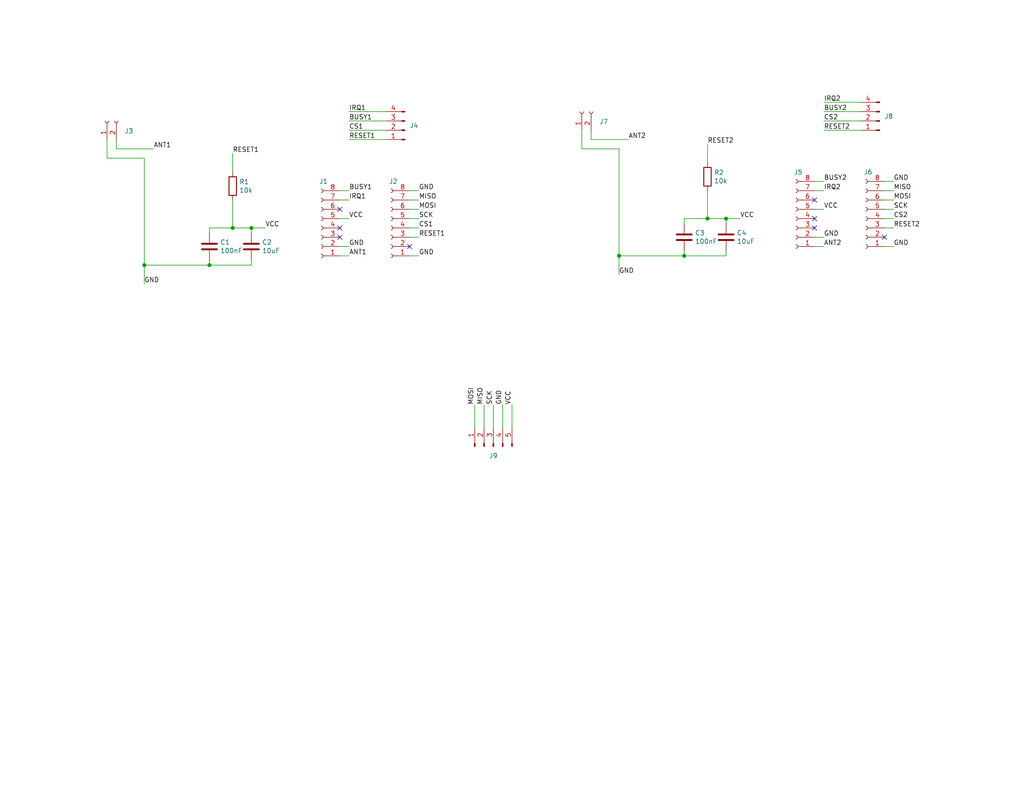
<source format=kicad_sch>
(kicad_sch (version 20211123) (generator eeschema)
  (paper "USLetter")
  (title_block (title "Dual-Channel 16-pin LoRa module") (rev "v0.1.0") (company "dushin.net"))
  (lib_symbols
    (symbol "Connector:Conn_01x02_Female" (pin_names (offset 1.016) hide)
      (property "Reference" "J" (at 0 2.54 0))
      (property "Value" "Conn_01x02_Female" (at 0 -5.08 0))
      (symbol "Conn_01x02_Female_1_1"
        (arc (start 0 -2.032) (mid -0.508 -2.54) (end 0 -3.048) (stroke (width 0.1524)))
        (polyline (pts (xy -1.27 -2.54) (xy -0.508 -2.54)) (stroke (width 0.1524)))
        (polyline (pts (xy -1.27 0) (xy -0.508 0)) (stroke (width 0.1524)))
        (arc (start 0 0.508) (mid -0.508 0) (end 0 -0.508) (stroke (width 0.1524)))
        (pin passive line (at -5.08 0 0) (length 3.81) (name "Pin_1") (number "1"))
        (pin passive line (at -5.08 -2.54 0) (length 3.81) (name "Pin_2") (number "2"))
      )
    )
    (symbol "Connector:Conn_01x04_Male" (pin_names (offset 1.016) hide)
      (property "Reference" "J" (at 0 5.08 0))
      (property "Value" "Conn_01x04_Male" (at 0 -7.62 0))
      (symbol "Conn_01x04_Male_1_1"
        (polyline (pts (xy 1.27 -5.08) (xy 0.8636 -5.08)) (stroke (width 0.1524)))
        (polyline (pts (xy 1.27 -2.54) (xy 0.8636 -2.54)) (stroke (width 0.1524)))
        (polyline (pts (xy 1.27 0) (xy 0.8636 0)) (stroke (width 0.1524)))
        (polyline (pts (xy 1.27 2.54) (xy 0.8636 2.54)) (stroke (width 0.1524)))
        (rectangle (start 0.8636 -4.953) (end 0 -5.207) (stroke (width 0.1524)) (fill (type outline)))
        (rectangle (start 0.8636 -2.413) (end 0 -2.667) (stroke (width 0.1524)) (fill (type outline)))
        (rectangle (start 0.8636 0.127) (end 0 -0.127) (stroke (width 0.1524)) (fill (type outline)))
        (rectangle (start 0.8636 2.667) (end 0 2.413) (stroke (width 0.1524)) (fill (type outline)))
        (pin passive line (at 5.08 2.54 180) (length 3.81) (name "Pin_1") (number "1"))
        (pin passive line (at 5.08 0 180) (length 3.81) (name "Pin_2") (number "2"))
        (pin passive line (at 5.08 -2.54 180) (length 3.81) (name "Pin_3") (number "3"))
        (pin passive line (at 5.08 -5.08 180) (length 3.81) (name "Pin_4") (number "4"))
      )
    )
    (symbol "Connector:Conn_01x05_Male" (pin_names (offset 1.016) hide)
      (property "Reference" "J" (at 0 7.62 0))
      (property "Value" "Conn_01x05_Male" (at 0 -7.62 0))
      (symbol "Conn_01x05_Male_1_1"
        (polyline (pts (xy 1.27 -5.08) (xy 0.8636 -5.08)) (stroke (width 0.1524)))
        (polyline (pts (xy 1.27 -2.54) (xy 0.8636 -2.54)) (stroke (width 0.1524)))
        (polyline (pts (xy 1.27 0) (xy 0.8636 0)) (stroke (width 0.1524)))
        (polyline (pts (xy 1.27 2.54) (xy 0.8636 2.54)) (stroke (width 0.1524)))
        (polyline (pts (xy 1.27 5.08) (xy 0.8636 5.08)) (stroke (width 0.1524)))
        (rectangle (start 0.8636 -4.953) (end 0 -5.207) (stroke (width 0.1524)) (fill (type outline)))
        (rectangle (start 0.8636 -2.413) (end 0 -2.667) (stroke (width 0.1524)) (fill (type outline)))
        (rectangle (start 0.8636 0.127) (end 0 -0.127) (stroke (width 0.1524)) (fill (type outline)))
        (rectangle (start 0.8636 2.667) (end 0 2.413) (stroke (width 0.1524)) (fill (type outline)))
        (rectangle (start 0.8636 5.207) (end 0 4.953) (stroke (width 0.1524)) (fill (type outline)))
        (pin passive line (at 5.08 5.08 180) (length 3.81) (name "Pin_1") (number "1"))
        (pin passive line (at 5.08 2.54 180) (length 3.81) (name "Pin_2") (number "2"))
        (pin passive line (at 5.08 0 180) (length 3.81) (name "Pin_3") (number "3"))
        (pin passive line (at 5.08 -2.54 180) (length 3.81) (name "Pin_4") (number "4"))
        (pin passive line (at 5.08 -5.08 180) (length 3.81) (name "Pin_5") (number "5"))
      )
    )
    (symbol "Connector:Conn_01x08_Female" (pin_names (offset 1.016) hide)
      (property "Reference" "J" (at 0 10.16 0))
      (property "Value" "Conn_01x08_Female" (at 0 -12.7 0))
      (symbol "Conn_01x08_Female_1_1"
        (arc (start 0 -9.652) (mid -0.508 -10.16) (end 0 -10.668) (stroke (width 0.1524)))
        (arc (start 0 -7.112) (mid -0.508 -7.62) (end 0 -8.128) (stroke (width 0.1524)))
        (arc (start 0 -4.572) (mid -0.508 -5.08) (end 0 -5.588) (stroke (width 0.1524)))
        (arc (start 0 -2.032) (mid -0.508 -2.54) (end 0 -3.048) (stroke (width 0.1524)))
        (polyline (pts (xy -1.27 -10.16) (xy -0.508 -10.16)) (stroke (width 0.1524)))
        (polyline (pts (xy -1.27 -7.62) (xy -0.508 -7.62)) (stroke (width 0.1524)))
        (polyline (pts (xy -1.27 -5.08) (xy -0.508 -5.08)) (stroke (width 0.1524)))
        (polyline (pts (xy -1.27 -2.54) (xy -0.508 -2.54)) (stroke (width 0.1524)))
        (polyline (pts (xy -1.27 0) (xy -0.508 0)) (stroke (width 0.1524)))
        (polyline (pts (xy -1.27 2.54) (xy -0.508 2.54)) (stroke (width 0.1524)))
        (polyline (pts (xy -1.27 5.08) (xy -0.508 5.08)) (stroke (width 0.1524)))
        (polyline (pts (xy -1.27 7.62) (xy -0.508 7.62)) (stroke (width 0.1524)))
        (arc (start 0 0.508) (mid -0.508 0) (end 0 -0.508) (stroke (width 0.1524)))
        (arc (start 0 3.048) (mid -0.508 2.54) (end 0 2.032) (stroke (width 0.1524)))
        (arc (start 0 5.588) (mid -0.508 5.08) (end 0 4.572) (stroke (width 0.1524)))
        (arc (start 0 8.128) (mid -0.508 7.62) (end 0 7.112) (stroke (width 0.1524)))
        (pin passive line (at -5.08 7.62 0) (length 3.81) (name "Pin_1") (number "1"))
        (pin passive line (at -5.08 5.08 0) (length 3.81) (name "Pin_2") (number "2"))
        (pin passive line (at -5.08 2.54 0) (length 3.81) (name "Pin_3") (number "3"))
        (pin passive line (at -5.08 0 0) (length 3.81) (name "Pin_4") (number "4"))
        (pin passive line (at -5.08 -2.54 0) (length 3.81) (name "Pin_5") (number "5"))
        (pin passive line (at -5.08 -5.08 0) (length 3.81) (name "Pin_6") (number "6"))
        (pin passive line (at -5.08 -7.62 0) (length 3.81) (name "Pin_7") (number "7"))
        (pin passive line (at -5.08 -10.16 0) (length 3.81) (name "Pin_8") (number "8"))
      )
    )
    (symbol "Device:C" (pin_numbers hide) (pin_names (offset 0.254))
      (property "Reference" "C" (at 0.635 2.54 0))
      (property "Value" "C" (at 0.635 -2.54 0))
      (symbol "C_0_1"
        (polyline (pts (xy -2.032 -0.762) (xy 2.032 -0.762)) (stroke (width 0.508)))
        (polyline (pts (xy -2.032 0.762) (xy 2.032 0.762)) (stroke (width 0.508)))
      )
      (symbol "C_1_1"
        (pin passive line (at 0 3.81 270) (length 2.794) (name "~") (number "1"))
        (pin passive line (at 0 -3.81 90) (length 2.794) (name "~") (number "2"))
      )
    )
    (symbol "Device:R" (pin_numbers hide) (pin_names (offset 0))
      (property "Reference" "R" (at 2.032 0 90))
      (property "Value" "R" (at 0 0 90))
      (symbol "R_0_1"
        (rectangle (start -1.016 -2.54) (end 1.016 2.54) (stroke (width 0.254)))
      )
      (symbol "R_1_1"
        (pin passive line (at 0 3.81 270) (length 1.27) (name "~") (number "1"))
        (pin passive line (at 0 -3.81 90) (length 1.27) (name "~") (number "2"))
      )
    )
  )
  (junction (at 168.91 69.85))
  (junction (at 68.58 62.23))
  (junction (at 186.69 69.85))
  (junction (at 57.15 72.39))
  (junction (at 193.04 59.69))
  (junction (at 39.37 72.39))
  (junction (at 63.5 62.23))
  (junction (at 198.12 59.69))
  (no_connect (at 222.25 59.69))
  (no_connect (at 222.25 54.61))
  (no_connect (at 222.25 62.23))
  (no_connect (at 241.3 64.77))
  (no_connect (at 111.76 67.31))
  (no_connect (at 92.71 62.23))
  (no_connect (at 92.71 57.15))
  (no_connect (at 92.71 64.77))
  (wire (pts (xy 63.5 62.23) (xy 68.58 62.23)))
  (wire (pts (xy 241.3 57.15) (xy 243.84 57.15)))
  (wire (pts (xy 92.71 59.69) (xy 95.25 59.69)))
  (wire (pts (xy 224.79 27.94) (xy 234.95 27.94)))
  (wire (pts (xy 186.69 69.85) (xy 198.12 69.85)))
  (wire (pts (xy 95.25 38.1) (xy 105.41 38.1)))
  (wire (pts (xy 63.5 54.61) (xy 63.5 62.23)))
  (wire (pts (xy 222.25 67.31) (xy 224.79 67.31)))
  (wire (pts (xy 193.04 59.69) (xy 198.12 59.69)))
  (wire (pts (xy 92.71 54.61) (xy 95.25 54.61)))
  (wire (pts (xy 31.75 38.1) (xy 31.75 40.64)))
  (wire (pts (xy 168.91 69.85) (xy 168.91 74.93)))
  (wire (pts (xy 57.15 72.39) (xy 68.58 72.39)))
  (wire (pts (xy 224.79 30.48) (xy 234.95 30.48)))
  (wire (pts (xy 95.25 35.56) (xy 105.41 35.56)))
  (wire (pts (xy 222.25 57.15) (xy 224.79 57.15)))
  (wire (pts (xy 68.58 62.23) (xy 68.58 63.5)))
  (wire (pts (xy 29.21 38.1) (xy 29.21 43.18)))
  (wire (pts (xy 224.79 33.02) (xy 234.95 33.02)))
  (wire (pts (xy 193.04 52.07) (xy 193.04 59.69)))
  (wire (pts (xy 111.76 57.15) (xy 114.3 57.15)))
  (wire (pts (xy 92.71 69.85) (xy 95.25 69.85)))
  (wire (pts (xy 186.69 68.58) (xy 186.69 69.85)))
  (wire (pts (xy 111.76 59.69) (xy 114.3 59.69)))
  (wire (pts (xy 63.5 41.91) (xy 63.5 46.99)))
  (wire (pts (xy 222.25 49.53) (xy 224.79 49.53)))
  (wire (pts (xy 158.75 40.64) (xy 168.91 40.64)))
  (wire (pts (xy 168.91 40.64) (xy 168.91 69.85)))
  (wire (pts (xy 241.3 59.69) (xy 243.84 59.69)))
  (wire (pts (xy 57.15 71.12) (xy 57.15 72.39)))
  (wire (pts (xy 222.25 52.07) (xy 224.79 52.07)))
  (wire (pts (xy 137.16 110.49) (xy 137.16 116.84)))
  (wire (pts (xy 92.71 52.07) (xy 95.25 52.07)))
  (wire (pts (xy 111.76 62.23) (xy 114.3 62.23)))
  (wire (pts (xy 39.37 72.39) (xy 39.37 77.47)))
  (wire (pts (xy 57.15 62.23) (xy 57.15 63.5)))
  (wire (pts (xy 111.76 69.85) (xy 114.3 69.85)))
  (wire (pts (xy 224.79 35.56) (xy 234.95 35.56)))
  (wire (pts (xy 68.58 62.23) (xy 72.39 62.23)))
  (wire (pts (xy 161.29 35.56) (xy 161.29 38.1)))
  (wire (pts (xy 39.37 43.18) (xy 39.37 72.39)))
  (wire (pts (xy 198.12 59.69) (xy 201.93 59.69)))
  (wire (pts (xy 95.25 33.02) (xy 105.41 33.02)))
  (wire (pts (xy 241.3 49.53) (xy 243.84 49.53)))
  (wire (pts (xy 168.91 69.85) (xy 186.69 69.85)))
  (wire (pts (xy 241.3 67.31) (xy 243.84 67.31)))
  (wire (pts (xy 68.58 72.39) (xy 68.58 71.12)))
  (wire (pts (xy 39.37 72.39) (xy 57.15 72.39)))
  (wire (pts (xy 161.29 38.1) (xy 171.45 38.1)))
  (wire (pts (xy 241.3 54.61) (xy 243.84 54.61)))
  (wire (pts (xy 111.76 52.07) (xy 114.3 52.07)))
  (wire (pts (xy 222.25 64.77) (xy 224.79 64.77)))
  (wire (pts (xy 241.3 52.07) (xy 243.84 52.07)))
  (wire (pts (xy 132.08 110.49) (xy 132.08 116.84)))
  (wire (pts (xy 193.04 39.37) (xy 193.04 44.45)))
  (wire (pts (xy 139.7 110.49) (xy 139.7 116.84)))
  (wire (pts (xy 198.12 69.85) (xy 198.12 68.58)))
  (wire (pts (xy 134.62 110.49) (xy 134.62 116.84)))
  (wire (pts (xy 95.25 30.48) (xy 105.41 30.48)))
  (wire (pts (xy 31.75 40.64) (xy 41.91 40.64)))
  (wire (pts (xy 241.3 62.23) (xy 243.84 62.23)))
  (wire (pts (xy 111.76 54.61) (xy 114.3 54.61)))
  (wire (pts (xy 57.15 62.23) (xy 63.5 62.23)))
  (wire (pts (xy 129.54 110.49) (xy 129.54 116.84)))
  (wire (pts (xy 29.21 43.18) (xy 39.37 43.18)))
  (wire (pts (xy 186.69 59.69) (xy 193.04 59.69)))
  (wire (pts (xy 158.75 35.56) (xy 158.75 40.64)))
  (wire (pts (xy 111.76 64.77) (xy 114.3 64.77)))
  (wire (pts (xy 186.69 59.69) (xy 186.69 60.96)))
  (wire (pts (xy 92.71 67.31) (xy 95.25 67.31)))
  (wire (pts (xy 198.12 59.69) (xy 198.12 60.96)))
  (label "ANT1" (at 41.91 40.64 0))
  (label "BUSY1" (at 95.25 52.07 0))
  (label "GND" (at 137.16 110.49 90))
  (label "VCC" (at 72.39 62.23 0))
  (label "CS2" (at 243.84 59.69 0))
  (label "RESET1" (at 63.5 41.91 0))
  (label "GND" (at 114.3 69.85 0))
  (label "GND" (at 39.37 77.47 0))
  (label "MOSI" (at 129.54 110.49 90))
  (label "GND" (at 168.91 74.93 0))
  (label "GND" (at 114.3 52.07 0))
  (label "ANT2" (at 224.79 67.31 0))
  (label "GND" (at 243.84 49.53 0))
  (label "RESET1" (at 95.25 38.1 0))
  (label "MISO" (at 243.84 52.07 0))
  (label "RESET1" (at 114.3 64.77 0))
  (label "BUSY1" (at 95.25 33.02 0))
  (label "MISO" (at 114.3 54.61 0))
  (label "IRQ2" (at 224.79 52.07 0))
  (label "BUSY2" (at 224.79 49.53 0))
  (label "RESET2" (at 224.79 35.56 0))
  (label "CS1" (at 95.25 35.56 0))
  (label "IRQ1" (at 95.25 54.61 0))
  (label "CS2" (at 224.79 33.02 0))
  (label "VCC" (at 95.25 59.69 0))
  (label "GND" (at 243.84 67.31 0))
  (label "GND" (at 224.79 64.77 0))
  (label "VCC" (at 224.79 57.15 0))
  (label "MISO" (at 132.08 110.49 90))
  (label "IRQ2" (at 224.79 27.94 0))
  (label "MOSI" (at 114.3 57.15 0))
  (label "SCK" (at 134.62 110.49 90))
  (label "VCC" (at 139.7 110.49 90))
  (label "SCK" (at 243.84 57.15 0))
  (label "SCK" (at 114.3 59.69 0))
  (label "CS1" (at 114.3 62.23 0))
  (label "BUSY2" (at 224.79 30.48 0))
  (label "VCC" (at 201.93 59.69 0))
  (label "GND" (at 95.25 67.31 0))
  (label "ANT2" (at 171.45 38.1 0))
  (label "ANT1" (at 95.25 69.85 0))
  (label "MOSI" (at 243.84 54.61 0))
  (label "RESET2" (at 193.04 39.37 0))
  (label "IRQ1" (at 95.25 30.48 0))
  (label "RESET2" (at 243.84 62.23 0))
  (symbol (lib_id "Connector:Conn_01x02_Female") (at 29.21 33.02 90) (unit 1)
    (property "Reference" "J3" (at 33.9852 35.7632 90) (effects (justify right)))
    (property "Value" "Conn_01x02_Female" (effects hide))
    (property "Footprint" "0xFD:IPEX_Antenna_Connector" (effects hide))
  )
  (symbol (lib_id "Device:C") (at 57.15 67.31 0) (unit 1)
    (property "Reference" "C1" (at 60.071 66.1416 0) (effects (justify left)))
    (property "Value" "100nF" (at 60.071 68.453 0) (effects (justify left)))
    (property "Footprint" "Capacitor_SMD:C_1206_3216Metric_Pad1.33x1.80mm_HandSolder" (effects hide))
  )
  (symbol (lib_id "Device:C") (at 68.58 67.31 0) (unit 1)
    (property "Reference" "C2" (at 71.501 66.1416 0) (effects (justify left)))
    (property "Value" "10uF" (at 71.501 68.453 0) (effects (justify left)))
    (property "Footprint" "Capacitor_SMD:C_1206_3216Metric_Pad1.33x1.80mm_HandSolder" (effects hide))
  )
  (symbol (lib_id "Device:R") (at 63.5 50.8 0) (unit 1)
    (property "Reference" "R1" (at 65.278 49.6316 0) (effects (justify left)))
    (property "Value" "10k" (at 65.278 51.943 0) (effects (justify left)))
    (property "Footprint" "Resistor_SMD:R_1206_3216Metric_Pad1.30x1.75mm_HandSolder" (effects hide))
  )
  (symbol (lib_id "Device:R") (at 193.04 48.26 0) (unit 1)
    (property "Reference" "R2" (at 194.818 47.0916 0) (effects (justify left)))
    (property "Value" "10k" (at 194.818 49.403 0) (effects (justify left)))
    (property "Footprint" "Resistor_SMD:R_1206_3216Metric_Pad1.30x1.75mm_HandSolder" (effects hide))
  )
  (symbol (lib_id "Connector:Conn_01x04_Male") (at 110.49 35.56 180) (unit 1)
    (property "Reference" "J4" (at 111.76 34.2899 0) (effects (justify right)))
    (property "Value" "Conn_01x04_Male" (effects hide))
    (property "Footprint" "Connector_PinHeader_2.54mm:PinHeader_1x04_P2.54mm_Vertical" (effects hide))
  )
  (symbol (lib_id "Device:C") (at 198.12 64.77 0) (unit 1)
    (property "Reference" "C4" (at 201.041 63.6016 0) (effects (justify left)))
    (property "Value" "10uF" (at 201.041 65.913 0) (effects (justify left)))
    (property "Footprint" "Capacitor_SMD:C_1206_3216Metric_Pad1.33x1.80mm_HandSolder" (effects hide))
  )
  (symbol (lib_id "Device:C") (at 186.69 64.77 0) (unit 1)
    (property "Reference" "C3" (at 189.611 63.6016 0) (effects (justify left)))
    (property "Value" "100nF" (at 189.611 65.913 0) (effects (justify left)))
    (property "Footprint" "Capacitor_SMD:C_1206_3216Metric_Pad1.33x1.80mm_HandSolder" (effects hide))
  )
  (symbol (lib_id "Connector:Conn_01x08_Female") (at 217.17 59.69 180) (unit 1)
    (property "Reference" "J5" (at 217.805 46.99 0))
    (property "Value" "Conn_01x08_Female" (effects hide))
    (property "Footprint" "Connector_PinSocket_2.00mm:PinSocket_1x08_P2.00mm_Vertical" (effects hide))
  )
  (symbol (lib_id "Connector:Conn_01x04_Male") (at 240.03 33.02 180) (unit 1)
    (property "Reference" "J8" (at 241.3 31.7499 0) (effects (justify right)))
    (property "Value" "Conn_01x04_Male" (effects hide))
    (property "Footprint" "Connector_PinHeader_2.54mm:PinHeader_1x04_P2.54mm_Vertical" (effects hide))
  )
  (symbol (lib_id "Connector:Conn_01x05_Male") (at 134.62 121.92 90) (unit 1)
    (property "Reference" "J9" (at 134.62 124.46 90))
    (property "Value" "Conn_01x05_Male" (effects hide))
    (property "Footprint" "Connector_PinHeader_2.54mm:PinHeader_1x05_P2.54mm_Vertical" (effects hide))
  )
  (symbol (lib_id "Connector:Conn_01x02_Female") (at 158.75 30.48 90) (unit 1)
    (property "Reference" "J7" (at 163.5252 33.2232 90) (effects (justify right)))
    (property "Value" "Conn_01x02_Female" (effects hide))
    (property "Footprint" "0xFD:IPEX_Antenna_Connector" (effects hide))
  )
  (symbol (lib_id "Connector:Conn_01x08_Female") (at 236.22 59.69 180) (unit 1)
    (property "Reference" "J6" (at 236.855 46.99 0))
    (property "Value" "Conn_01x08_Female" (effects hide))
    (property "Footprint" "Connector_PinSocket_2.00mm:PinSocket_1x08_P2.00mm_Vertical" (effects hide))
  )
  (symbol (lib_id "Connector:Conn_01x08_Female") (at 106.68 62.23 180) (unit 1)
    (property "Reference" "J2" (at 107.315 49.53 0))
    (property "Value" "Conn_01x08_Female" (effects hide))
    (property "Footprint" "Connector_PinSocket_2.00mm:PinSocket_1x08_P2.00mm_Vertical" (effects hide))
  )
  (symbol (lib_id "Connector:Conn_01x08_Female") (at 87.63 62.23 180) (unit 1)
    (property "Reference" "J1" (at 88.265 49.53 0))
    (property "Value" "Conn_01x08_Female" (effects hide))
    (property "Footprint" "Connector_PinSocket_2.00mm:PinSocket_1x08_P2.00mm_Vertical" (effects hide))
  )
)
</source>
